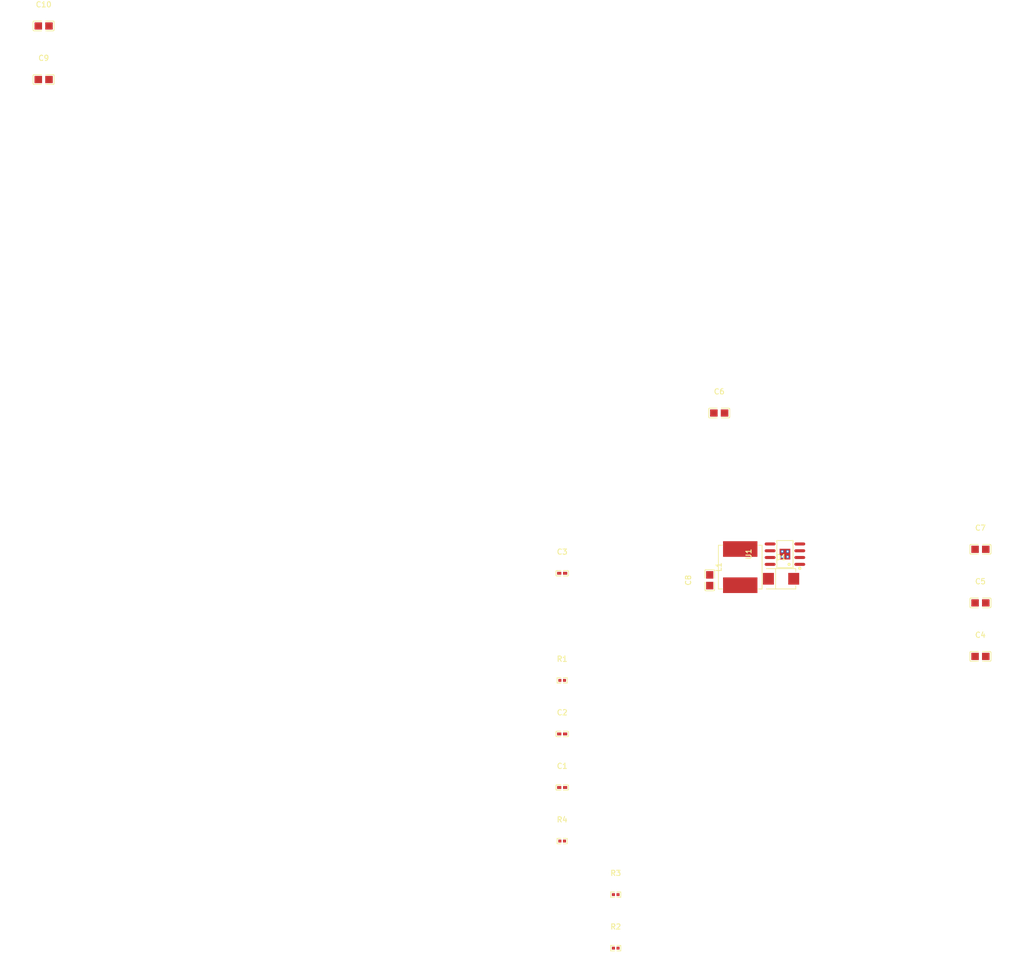
<source format=kicad_pcb>
(kicad_pcb (version 20241229) (generator "pcbnew") (generator_version "9.0")
  (layers (0 "F.Cu" signal) (2 "B.Cu" signal) (13 "F.Paste" user) (15 "B.Paste" user) (5 "F.SilkS" user "F.Silkscreen") (7 "B.SilkS" user "B.Silkscreen") (1 "F.Mask" user) (3 "B.Mask" user) (25 "Edge.Cuts" user))
  (net 0 "")
  (net 1 "FB")
  (net 3 "gnd")
  (net 4 "cathode")
  (net 5 "net")
  (net 6 "BOOT")
  (net 7 "hv")
  (net 8 "RT_CLK")
  (net 9 "COMP")
  (net 10 "hv-1")
  (footprint "atopile:C0805-3b2e55" (layer "F.Cu") (at 174.925 87.725 0)
    (property "Reference" "C7" (at 0 -4 0) (layer "F.SilkS") (hide no))
    (property "Value" "22µF ±20% 25V X5R")
    (fp_line (start -1.96 0.75) (end -1.96 -0.75) (stroke (width 0.15)) (layer "F.SilkS"))
    (fp_line (start -1.81 -0.9) (end -0.4 -0.9) (stroke (width 0.15)) (layer "F.SilkS"))
    (fp_line (start -0.4 0.9) (end -1.81 0.9) (stroke (width 0.15)) (layer "F.SilkS"))
    (fp_line (start 0.4 0.9) (end 1.81 0.9) (stroke (width 0.15)) (layer "F.SilkS"))
    (fp_line (start 1.81 -0.9) (end 0.4 -0.9) (stroke (width 0.15)) (layer "F.SilkS"))
    (fp_line (start 1.96 0.75) (end 1.96 -0.75) (stroke (width 0.15)) (layer "F.SilkS"))
    (fp_arc (start -1.96 -0.75) (mid -1.916066 -0.856066) (end -1.81 -0.9) (stroke (width 0.15)) (layer "F.SilkS"))
    (fp_arc (start -1.81 0.9) (mid -1.916066 0.856066) (end -1.96 0.75) (stroke (width 0.15)) (layer "F.SilkS"))
    (fp_arc (start 1.81 -0.9) (mid 1.916066 -0.856066) (end 1.96 -0.75) (stroke (width 0.15)) (layer "F.SilkS"))
    (fp_arc (start 1.96 0.75) (mid 1.916066 0.856066) (end 1.81 0.9) (stroke (width 0.15)) (layer "F.SilkS"))
    (fp_text user "${REFERENCE}" (at 0 -4 0) (layer "F.SilkS"))
    (pad "1" smd rect (at -1 0 0) (size 1.41 1.35) (layers "F.Cu" "F.Mask" "F.Paste") (net 10 "hv-1"))
    (pad "2" smd rect (at 1 0 0) (size 1.41 1.35) (layers "F.Cu" "F.Mask" "F.Paste") (net 3 "gnd"))
  )
  (footprint "atopile:C0805-3b2e55" (layer "F.Cu") (at 126.15 62.275 0)
    (property "Reference" "C6" (at 0 -4 0) (layer "F.SilkS") (hide no))
    (property "Value" "10µF ±10% 50V X5R")
    (fp_line (start -1.96 0.75) (end -1.96 -0.75) (stroke (width 0.15)) (layer "F.SilkS"))
    (fp_line (start -1.81 -0.9) (end -0.4 -0.9) (stroke (width 0.15)) (layer "F.SilkS"))
    (fp_line (start -0.4 0.9) (end -1.81 0.9) (stroke (width 0.15)) (layer "F.SilkS"))
    (fp_line (start 0.4 0.9) (end 1.81 0.9) (stroke (width 0.15)) (layer "F.SilkS"))
    (fp_line (start 1.81 -0.9) (end 0.4 -0.9) (stroke (width 0.15)) (layer "F.SilkS"))
    (fp_line (start 1.96 0.75) (end 1.96 -0.75) (stroke (width 0.15)) (layer "F.SilkS"))
    (fp_arc (start -1.96 -0.75) (mid -1.916066 -0.856066) (end -1.81 -0.9) (stroke (width 0.15)) (layer "F.SilkS"))
    (fp_arc (start -1.81 0.9) (mid -1.916066 0.856066) (end -1.96 0.75) (stroke (width 0.15)) (layer "F.SilkS"))
    (fp_arc (start 1.81 -0.9) (mid 1.916066 -0.856066) (end 1.96 -0.75) (stroke (width 0.15)) (layer "F.SilkS"))
    (fp_arc (start 1.96 0.75) (mid 1.916066 0.856066) (end 1.81 0.9) (stroke (width 0.15)) (layer "F.SilkS"))
    (fp_text user "${REFERENCE}" (at 0 -4 0) (layer "F.SilkS"))
    (pad "1" smd rect (at -1 0 0) (size 1.41 1.35) (layers "F.Cu" "F.Mask" "F.Paste") (net 7 "hv"))
    (pad "2" smd rect (at 1 0 0) (size 1.41 1.35) (layers "F.Cu" "F.Mask" "F.Paste") (net 3 "gnd"))
  )
  (footprint "atopile:R0402-56259e" (layer "F.Cu") (at 106.825 152.2 0)
    (property "Reference" "R3" (at 0 -4 0) (layer "F.SilkS") (hide no))
    (property "Value" "10kΩ ±1% 62.5mW")
    (fp_line (start -0.23 0.5) (end -0.94 0.5) (stroke (width 0.15)) (layer "F.SilkS"))
    (fp_line (start -0.94 0.5) (end -0.94 -0.5) (stroke (width 0.15)) (layer "F.SilkS"))
    (fp_line (start -0.94 -0.5) (end -0.23 -0.5) (stroke (width 0.15)) (layer "F.SilkS"))
    (fp_line (start 0.23 0.5) (end 0.94 0.5) (stroke (width 0.15)) (layer "F.SilkS"))
    (fp_line (start 0.94 0.5) (end 0.94 -0.5) (stroke (width 0.15)) (layer "F.SilkS"))
    (fp_line (start 0.94 -0.5) (end 0.23 -0.5) (stroke (width 0.15)) (layer "F.SilkS"))
    (fp_text user "${REFERENCE}" (at 0 -4 0) (layer "F.SilkS"))
    (pad "2" smd rect (at 0.43 0 0) (size 0.57 0.54) (layers "F.Cu" "F.Paste" "F.Mask") (net 1 "FB"))
    (pad "1" smd rect (at -0.43 0 0) (size 0.57 0.54) (layers "F.Cu" "F.Paste" "F.Mask") (net 10 "hv-1"))
  )
  (footprint "atopile:R0402-56259e" (layer "F.Cu") (at 96.825 142.2 0)
    (property "Reference" "R4" (at 0 -4 0) (layer "F.SilkS") (hide no))
    (property "Value" "162kΩ ±1% 62.5mW")
    (fp_line (start -0.94 -0.5) (end -0.23 -0.5) (stroke (width 0.15)) (layer "F.SilkS"))
    (fp_line (start -0.94 0.5) (end -0.94 -0.5) (stroke (width 0.15)) (layer "F.SilkS"))
    (fp_line (start -0.23 0.5) (end -0.94 0.5) (stroke (width 0.15)) (layer "F.SilkS"))
    (fp_line (start 0.23 0.5) (end 0.94 0.5) (stroke (width 0.15)) (layer "F.SilkS"))
    (fp_line (start 0.94 -0.5) (end 0.23 -0.5) (stroke (width 0.15)) (layer "F.SilkS"))
    (fp_line (start 0.94 0.5) (end 0.94 -0.5) (stroke (width 0.15)) (layer "F.SilkS"))
    (fp_text user "${REFERENCE}" (at 0 -4 0) (layer "F.SilkS"))
    (pad "1" smd rect (at -0.43 0 0) (size 0.57 0.54) (layers "F.Cu" "F.Mask" "F.Paste") (net 8 "RT_CLK"))
    (pad "2" smd rect (at 0.43 0 0) (size 0.57 0.54) (layers "F.Cu" "F.Mask" "F.Paste") (net 3 "gnd"))
  )
  (footprint "atopile:SOIC-8_L5.0-W4.0-P1.27-LS6.0-BL-EP2.0-748c0f" (layer "F.Cu") (at 138.425 88.625 90)
    (property "Reference" "U1" (at 0 -6.77 90) (layer "F.SilkS") (hide no))
    (property "Value" "")
    (fp_line (start 2.53 -1.52) (end 2.53 1.52) (stroke (width 0.15)) (layer "F.SilkS"))
    (fp_line (start -2.53 -1.52) (end 2.53 -1.52) (stroke (width 0.15)) (layer "F.SilkS"))
    (fp_line (start 2.53 1.52) (end -2.53 1.52) (stroke (width 0.15)) (layer "F.SilkS"))
    (fp_line (start -2.53 1.52) (end -2.53 -1.52) (stroke (width 0.15)) (layer "F.SilkS"))
    (fp_circle (center -1.91 0.77) (end -1.76 0.77) (stroke (width 0.3)) (fill no) (layer "F.SilkS"))
    (fp_circle (center -2.64 2.77) (end -2.49 2.77) (stroke (width 0.3)) (fill no) (layer "F.SilkS"))
    (fp_text user "${REFERENCE}" (at 0 -6.77 90) (layer "F.SilkS"))
    (pad "" thru_hole circle (at -0.5 -0.5 90) (size 0.61 0.61) (drill 0.3) (layers "*.Cu" "*.Paste" "*.Mask"))
    (pad "" thru_hole circle (at -0.5 0.5 90) (size 0.61 0.61) (drill 0.3) (layers "*.Cu" "*.Paste" "*.Mask"))
    (pad "" thru_hole circle (at 0.5 -0.5 90) (size 0.61 0.61) (drill 0.3) (layers "*.Cu" "*.Paste" "*.Mask"))
    (pad "" thru_hole circle (at 0.5 0.5 90) (size 0.61 0.61) (drill 0.3) (layers "*.Cu" "*.Paste" "*.Mask"))
    (pad "1" smd oval (at -1.91 2.77 90) (size 0.57 2.04) (layers "F.Cu" "F.Mask" "F.Paste") (net 6 "BOOT"))
    (pad "2" smd oval (at -0.63 2.77 90) (size 0.57 2.04) (layers "F.Cu" "F.Mask" "F.Paste") (net 7 "hv"))
    (pad "3" smd oval (at 0.63 2.77 90) (size 0.57 2.04) (layers "F.Cu" "F.Mask" "F.Paste") (net 7 "hv"))
    (pad "4" smd oval (at 1.9 2.77 90) (size 0.57 2.04) (layers "F.Cu" "F.Mask" "F.Paste") (net 8 "RT_CLK"))
    (pad "5" smd oval (at 1.9 -2.77 90) (size 0.57 2.04) (layers "F.Cu" "F.Mask" "F.Paste") (net 1 "FB"))
    (pad "6" smd oval (at 0.63 -2.77 90) (size 0.57 2.04) (layers "F.Cu" "F.Mask" "F.Paste") (net 9 "COMP"))
    (pad "7" smd oval (at -0.63 -2.77 90) (size 0.57 2.04) (layers "F.Cu" "F.Mask" "F.Paste") (net 3 "gnd"))
    (pad "8" smd oval (at -1.91 -2.77 90) (size 0.57 2.04) (layers "F.Cu" "F.Mask" "F.Paste") (net 4 "cathode"))
    (pad "9" smd rect (at 0 0 90) (size 2 2) (layers "F.Cu" "F.Mask" "F.Paste") (net 3 "gnd"))
  )
  (footprint "atopile:C0402-b3ef17" (layer "F.Cu") (at 96.825 132.2 0)
    (property "Reference" "C1" (at 0 -4 0) (layer "F.SilkS") (hide no))
    (property "Value" "100nF ±10% 50V X7R")
    (fp_line (start -1.17 0.35) (end -1.17 -0.35) (stroke (width 0.15)) (layer "F.SilkS"))
    (fp_line (start -1.02 -0.5) (end -0.23 -0.5) (stroke (width 0.15)) (layer "F.SilkS"))
    (fp_line (start -0.23 0.5) (end -1.02 0.5) (stroke (width 0.15)) (layer "F.SilkS"))
    (fp_line (start 0.23 0.5) (end 1.02 0.5) (stroke (width 0.15)) (layer "F.SilkS"))
    (fp_line (start 1.02 -0.5) (end 0.23 -0.5) (stroke (width 0.15)) (layer "F.SilkS"))
    (fp_line (start 1.17 0.35) (end 1.17 -0.35) (stroke (width 0.15)) (layer "F.SilkS"))
    (fp_arc (start -1.17 -0.35) (mid -1.126066 -0.456066) (end -1.02 -0.5) (stroke (width 0.15)) (layer "F.SilkS"))
    (fp_arc (start -1.02 0.5) (mid -1.126066 0.456066) (end -1.17 0.35) (stroke (width 0.15)) (layer "F.SilkS"))
    (fp_arc (start 1.02 -0.5) (mid 1.126066 -0.456066) (end 1.17 -0.35) (stroke (width 0.15)) (layer "F.SilkS"))
    (fp_arc (start 1.17 0.35) (mid 1.126066 0.456066) (end 1.02 0.5) (stroke (width 0.15)) (layer "F.SilkS"))
    (fp_text user "${REFERENCE}" (at 0 -4 0) (layer "F.SilkS"))
    (pad "1" smd rect (at -0.55 0 0) (size 0.79 0.54) (layers "F.Cu" "F.Mask" "F.Paste") (net 6 "BOOT"))
    (pad "2" smd rect (at 0.55 0 0) (size 0.79 0.54) (layers "F.Cu" "F.Mask" "F.Paste") (net 4 "cathode"))
  )
  (footprint "atopile:C0805-3b2e55" (layer "F.Cu") (at 174.925 107.725 0)
    (property "Reference" "C4" (at 0 -4 0) (layer "F.SilkS") (hide no))
    (property "Value" "10µF ±10% 50V X5R")
    (fp_line (start -1.96 0.75) (end -1.96 -0.75) (stroke (width 0.15)) (layer "F.SilkS"))
    (fp_line (start -1.81 -0.9) (end -0.4 -0.9) (stroke (width 0.15)) (layer "F.SilkS"))
    (fp_line (start -0.4 0.9) (end -1.81 0.9) (stroke (width 0.15)) (layer "F.SilkS"))
    (fp_line (start 0.4 0.9) (end 1.81 0.9) (stroke (width 0.15)) (layer "F.SilkS"))
    (fp_line (start 1.81 -0.9) (end 0.4 -0.9) (stroke (width 0.15)) (layer "F.SilkS"))
    (fp_line (start 1.96 0.75) (end 1.96 -0.75) (stroke (width 0.15)) (layer "F.SilkS"))
    (fp_arc (start -1.96 -0.75) (mid -1.916066 -0.856066) (end -1.81 -0.9) (stroke (width 0.15)) (layer "F.SilkS"))
    (fp_arc (start -1.81 0.9) (mid -1.916066 0.856066) (end -1.96 0.75) (stroke (width 0.15)) (layer "F.SilkS"))
    (fp_arc (start 1.81 -0.9) (mid 1.916066 -0.856066) (end 1.96 -0.75) (stroke (width 0.15)) (layer "F.SilkS"))
    (fp_arc (start 1.96 0.75) (mid 1.916066 0.856066) (end 1.81 0.9) (stroke (width 0.15)) (layer "F.SilkS"))
    (fp_text user "${REFERENCE}" (at 0 -4 0) (layer "F.SilkS"))
    (pad "1" smd rect (at -1 0 0) (size 1.41 1.35) (layers "F.Cu" "F.Mask" "F.Paste") (net 7 "hv"))
    (pad "2" smd rect (at 1 0 0) (size 1.41 1.35) (layers "F.Cu" "F.Mask" "F.Paste") (net 3 "gnd"))
  )
  (footprint "atopile:C0402-b3ef17" (layer "F.Cu") (at 96.825 122.2 0)
    (property "Reference" "C2" (at 0 -4 0) (layer "F.SilkS") (hide no))
    (property "Value" "4.7nF ±5% 50V C0G")
    (fp_line (start -1.17 0.35) (end -1.17 -0.35) (stroke (width 0.15)) (layer "F.SilkS"))
    (fp_line (start -1.02 -0.5) (end -0.23 -0.5) (stroke (width 0.15)) (layer "F.SilkS"))
    (fp_line (start -0.23 0.5) (end -1.02 0.5) (stroke (width 0.15)) (layer "F.SilkS"))
    (fp_line (start 0.23 0.5) (end 1.02 0.5) (stroke (width 0.15)) (layer "F.SilkS"))
    (fp_line (start 1.02 -0.5) (end 0.23 -0.5) (stroke (width 0.15)) (layer "F.SilkS"))
    (fp_line (start 1.17 0.35) (end 1.17 -0.35) (stroke (width 0.15)) (layer "F.SilkS"))
    (fp_arc (start -1.17 -0.35) (mid -1.126066 -0.456066) (end -1.02 -0.5) (stroke (width 0.15)) (layer "F.SilkS"))
    (fp_arc (start -1.02 0.5) (mid -1.126066 0.456066) (end -1.17 0.35) (stroke (width 0.15)) (layer "F.SilkS"))
    (fp_arc (start 1.02 -0.5) (mid 1.126066 -0.456066) (end 1.17 -0.35) (stroke (width 0.15)) (layer "F.SilkS"))
    (fp_arc (start 1.17 0.35) (mid 1.126066 0.456066) (end 1.02 0.5) (stroke (width 0.15)) (layer "F.SilkS"))
    (fp_text user "${REFERENCE}" (at 0 -4 0) (layer "F.SilkS"))
    (pad "1" smd rect (at -0.55 0 0) (size 0.79 0.54) (layers "F.Cu" "F.Mask" "F.Paste") (net 5 "net"))
    (pad "2" smd rect (at 0.55 0 0) (size 0.79 0.54) (layers "F.Cu" "F.Mask" "F.Paste") (net 3 "gnd"))
  )
  (footprint "atopile:SMB_L4.6-W3.6-LS5.3-RD-330cb3" (layer "F.Cu") (at 137.7 93.225 0)
    (property "Reference" "D1" (at 0 -4 0) (layer "F.SilkS") (hide no))
    (property "Value" "")
    (fp_line (start -2.74 -1.89) (end 2.74 -1.89) (stroke (width 0.15)) (layer "F.SilkS"))
    (fp_line (start -2.74 1.89) (end 2.74 1.89) (stroke (width 0.15)) (layer "F.SilkS"))
    (fp_line (start -1.02 -1.89) (end -1.02 1.89) (stroke (width 0.15)) (layer "F.SilkS"))
    (fp_line (start 2.74 -1.89) (end 2.74 -1.3) (stroke (width 0.15)) (layer "F.SilkS"))
    (fp_line (start 2.74 1.89) (end 2.74 1.3) (stroke (width 0.15)) (layer "F.SilkS"))
    (fp_text user "${REFERENCE}" (at 0 -4 0) (layer "F.SilkS"))
    (pad "1" smd rect (at -2.36 0 0) (size 2.05 2.19) (layers "F.Cu" "F.Mask" "F.Paste") (net 4 "cathode"))
    (pad "2" smd rect (at 2.36 0 0) (size 2.05 2.19) (layers "F.Cu" "F.Mask" "F.Paste") (net 3 "gnd"))
  )
  (footprint "atopile:R0402-56259e" (layer "F.Cu") (at 106.825 162.2 0)
    (property "Reference" "R2" (at 0 -4 0) (layer "F.SilkS") (hide no))
    (property "Value" "8.2kΩ ±1% 62.5mW")
    (fp_line (start -0.23 0.5) (end -0.94 0.5) (stroke (width 0.15)) (layer "F.SilkS"))
    (fp_line (start -0.94 0.5) (end -0.94 -0.5) (stroke (width 0.15)) (layer "F.SilkS"))
    (fp_line (start -0.94 -0.5) (end -0.23 -0.5) (stroke (width 0.15)) (layer "F.SilkS"))
    (fp_line (start 0.23 0.5) (end 0.94 0.5) (stroke (width 0.15)) (layer "F.SilkS"))
    (fp_line (start 0.94 0.5) (end 0.94 -0.5) (stroke (width 0.15)) (layer "F.SilkS"))
    (fp_line (start 0.94 -0.5) (end 0.23 -0.5) (stroke (width 0.15)) (layer "F.SilkS"))
    (fp_text user "${REFERENCE}" (at 0 -4 0) (layer "F.SilkS"))
    (pad "2" smd rect (at 0.43 0 0) (size 0.57 0.54) (layers "F.Cu" "F.Paste" "F.Mask") (net 3 "gnd"))
    (pad "1" smd rect (at -0.43 0 0) (size 0.57 0.54) (layers "F.Cu" "F.Paste" "F.Mask") (net 1 "FB"))
  )
  (footprint "atopile:C0805-3b2e55" (layer "F.Cu") (at 124.375 93.5 90)
    (property "Reference" "C8" (at 0 -4 90) (layer "F.SilkS") (hide no))
    (property "Value" "22µF ±20% 25V X5R")
    (fp_line (start 1.81 -0.9) (end 0.4 -0.9) (stroke (width 0.15)) (layer "F.SilkS"))
    (fp_line (start -1.81 -0.9) (end -0.4 -0.9) (stroke (width 0.15)) (layer "F.SilkS"))
    (fp_line (start 1.96 0.75) (end 1.96 -0.75) (stroke (width 0.15)) (layer "F.SilkS"))
    (fp_line (start -1.96 0.75) (end -1.96 -0.75) (stroke (width 0.15)) (layer "F.SilkS"))
    (fp_line (start 0.4 0.9) (end 1.81 0.9) (stroke (width 0.15)) (layer "F.SilkS"))
    (fp_line (start -0.4 0.9) (end -1.81 0.9) (stroke (width 0.15)) (layer "F.SilkS"))
    (fp_arc (start 1.81 -0.9) (mid 1.916066 -0.856066) (end 1.96 -0.75) (stroke (width 0.15)) (layer "F.SilkS"))
    (fp_arc (start -1.96 -0.75) (mid -1.916066 -0.856066) (end -1.81 -0.9) (stroke (width 0.15)) (layer "F.SilkS"))
    (fp_arc (start 1.96 0.75) (mid 1.916066 0.856066) (end 1.81 0.9) (stroke (width 0.15)) (layer "F.SilkS"))
    (fp_arc (start -1.81 0.9) (mid -1.916066 0.856066) (end -1.96 0.75) (stroke (width 0.15)) (layer "F.SilkS"))
    (fp_text user "${REFERENCE}" (at 0 -4 90) (layer "F.SilkS"))
    (pad "1" smd rect (at -1 0 90) (size 1.41 1.35) (layers "F.Cu" "F.Mask" "F.Paste") (net 10 "hv-1"))
    (pad "2" smd rect (at 1 0 90) (size 1.41 1.35) (layers "F.Cu" "F.Mask" "F.Paste") (net 3 "gnd"))
  )
  (footprint "atopile:C0402-b3ef17" (layer "F.Cu") (at 96.825 92.2 0)
    (property "Reference" "C3" (at 0 -4 0) (layer "F.SilkS") (hide no))
    (property "Value" "8.2pF ±5% 50V C0G")
    (fp_line (start -1.17 0.35) (end -1.17 -0.35) (stroke (width 0.15)) (layer "F.SilkS"))
    (fp_line (start -1.02 -0.5) (end -0.23 -0.5) (stroke (width 0.15)) (layer "F.SilkS"))
    (fp_line (start -0.23 0.5) (end -1.02 0.5) (stroke (width 0.15)) (layer "F.SilkS"))
    (fp_line (start 0.23 0.5) (end 1.02 0.5) (stroke (width 0.15)) (layer "F.SilkS"))
    (fp_line (start 1.02 -0.5) (end 0.23 -0.5) (stroke (width 0.15)) (layer "F.SilkS"))
    (fp_line (start 1.17 0.35) (end 1.17 -0.35) (stroke (width 0.15)) (layer "F.SilkS"))
    (fp_arc (start -1.17 -0.35) (mid -1.126066 -0.456066) (end -1.02 -0.5) (stroke (width 0.15)) (layer "F.SilkS"))
    (fp_arc (start -1.02 0.5) (mid -1.126066 0.456066) (end -1.17 0.35) (stroke (width 0.15)) (layer "F.SilkS"))
    (fp_arc (start 1.02 -0.5) (mid 1.126066 -0.456066) (end 1.17 -0.35) (stroke (width 0.15)) (layer "F.SilkS"))
    (fp_arc (start 1.17 0.35) (mid 1.126066 0.456066) (end 1.02 0.5) (stroke (width 0.15)) (layer "F.SilkS"))
    (fp_text user "${REFERENCE}" (at 0 -4 0) (layer "F.SilkS"))
    (pad "1" smd rect (at -0.55 0 0) (size 0.79 0.54) (layers "F.Cu" "F.Mask" "F.Paste") (net 9 "COMP"))
    (pad "2" smd rect (at 0.55 0 0) (size 0.79 0.54) (layers "F.Cu" "F.Mask" "F.Paste") (net 3 "gnd"))
  )
  (footprint "atopile:IND-SMD_L8.0-W8.0_SWPA8040S-2a70f8" (layer "F.Cu") (at 130.075 91.05 90)
    (property "Reference" "L1" (at 0 -4 90) (layer "F.SilkS") (hide no))
    (property "Value" "")
    (fp_line (start 4.08 -4.08) (end 4.08 -3.36) (stroke (width 0.15)) (layer "F.SilkS"))
    (fp_line (start -4.08 -4.08) (end 4.08 -4.08) (stroke (width 0.15)) (layer "F.SilkS"))
    (fp_line (start -4.08 -3.36) (end -4.08 -4.08) (stroke (width 0.15)) (layer "F.SilkS"))
    (fp_line (start -4.08 3.36) (end -4.08 4.08) (stroke (width 0.15)) (layer "F.SilkS"))
    (fp_line (start 4.08 4.08) (end 4.08 3.36) (stroke (width 0.15)) (layer "F.SilkS"))
    (fp_line (start -4.08 4.08) (end 4.08 4.08) (stroke (width 0.15)) (layer "F.SilkS"))
    (fp_text user "${REFERENCE}" (at 0 -4 90) (layer "F.SilkS"))
    (pad "1" smd rect (at 3.38 0 90) (size 2.92 6.42) (layers "F.Cu" "F.Mask" "F.Paste") (net 4 "cathode"))
    (pad "2" smd rect (at -3.38 0 90) (size 2.92 6.42) (layers "F.Cu" "F.Mask" "F.Paste") (net 10 "hv-1"))
  )
  (footprint "atopile:R0402-56259e" (layer "F.Cu") (at 96.825 112.2 0)
    (property "Reference" "R1" (at 0 -4 0) (layer "F.SilkS") (hide no))
    (property "Value" "23.7kΩ ±1% 62.5mW")
    (fp_line (start -0.94 -0.5) (end -0.23 -0.5) (stroke (width 0.15)) (layer "F.SilkS"))
    (fp_line (start -0.94 0.5) (end -0.94 -0.5) (stroke (width 0.15)) (layer "F.SilkS"))
    (fp_line (start -0.23 0.5) (end -0.94 0.5) (stroke (width 0.15)) (layer "F.SilkS"))
    (fp_line (start 0.23 0.5) (end 0.94 0.5) (stroke (width 0.15)) (layer "F.SilkS"))
    (fp_line (start 0.94 -0.5) (end 0.23 -0.5) (stroke (width 0.15)) (layer "F.SilkS"))
    (fp_line (start 0.94 0.5) (end 0.94 -0.5) (stroke (width 0.15)) (layer "F.SilkS"))
    (fp_text user "${REFERENCE}" (at 0 -4 0) (layer "F.SilkS"))
    (pad "1" smd rect (at -0.43 0 0) (size 0.57 0.54) (layers "F.Cu" "F.Mask" "F.Paste") (net 9 "COMP"))
    (pad "2" smd rect (at 0.43 0 0) (size 0.57 0.54) (layers "F.Cu" "F.Mask" "F.Paste") (net 5 "net"))
  )
  (footprint "atopile:C0805-3b2e55" (layer "F.Cu") (at 174.925 97.725 0)
    (property "Reference" "C5" (at 0 -4 0) (layer "F.SilkS") (hide no))
    (property "Value" "10µF ±10% 50V X5R")
    (fp_line (start -1.96 0.75) (end -1.96 -0.75) (stroke (width 0.15)) (layer "F.SilkS"))
    (fp_line (start -1.81 -0.9) (end -0.4 -0.9) (stroke (width 0.15)) (layer "F.SilkS"))
    (fp_line (start -0.4 0.9) (end -1.81 0.9) (stroke (width 0.15)) (layer "F.SilkS"))
    (fp_line (start 0.4 0.9) (end 1.81 0.9) (stroke (width 0.15)) (layer "F.SilkS"))
    (fp_line (start 1.81 -0.9) (end 0.4 -0.9) (stroke (width 0.15)) (layer "F.SilkS"))
    (fp_line (start 1.96 0.75) (end 1.96 -0.75) (stroke (width 0.15)) (layer "F.SilkS"))
    (fp_arc (start -1.96 -0.75) (mid -1.916066 -0.856066) (end -1.81 -0.9) (stroke (width 0.15)) (layer "F.SilkS"))
    (fp_arc (start -1.81 0.9) (mid -1.916066 0.856066) (end -1.96 0.75) (stroke (width 0.15)) (layer "F.SilkS"))
    (fp_arc (start 1.81 -0.9) (mid 1.916066 -0.856066) (end 1.96 -0.75) (stroke (width 0.15)) (layer "F.SilkS"))
    (fp_arc (start 1.96 0.75) (mid 1.916066 0.856066) (end 1.81 0.9) (stroke (width 0.15)) (layer "F.SilkS"))
    (fp_text user "${REFERENCE}" (at 0 -4 0) (layer "F.SilkS"))
    (pad "1" smd rect (at -1 0 0) (size 1.41 1.35) (layers "F.Cu" "F.Mask" "F.Paste") (net 7 "hv"))
    (pad "2" smd rect (at 1 0 0) (size 1.41 1.35) (layers "F.Cu" "F.Mask" "F.Paste") (net 3 "gnd"))
  )
  (footprint "atopile:C0805-3b2e55" (layer "F.Cu") (at 0 0 0)
    (property "Reference" "C9" (at 0 -4 0) (layer "F.SilkS") (hide no))
    (property "Value" "22µF ±20% 25V X5R")
    (fp_line (start 1.81 -0.9) (end 0.4 -0.9) (stroke (width 0.15)) (layer "F.SilkS"))
    (fp_line (start 0.4 0.9) (end 1.81 0.9) (stroke (width 0.15)) (layer "F.SilkS"))
    (fp_line (start 1.96 0.75) (end 1.96 -0.75) (stroke (width 0.15)) (layer "F.SilkS"))
    (fp_line (start -1.81 -0.9) (end -0.4 -0.9) (stroke (width 0.15)) (layer "F.SilkS"))
    (fp_line (start -0.4 0.9) (end -1.81 0.9) (stroke (width 0.15)) (layer "F.SilkS"))
    (fp_line (start -1.96 0.75) (end -1.96 -0.75) (stroke (width 0.15)) (layer "F.SilkS"))
    (fp_arc (start 1.96 0.75) (mid 1.9160660171779822 0.856066017177982) (end 1.81 0.8999999999999999) (stroke (width 0.15)) (layer "F.SilkS"))
    (fp_arc (start 1.81 -0.9) (mid 1.9160660171779822 -0.8560660171779821) (end 1.96 -0.75) (stroke (width 0.15)) (layer "F.SilkS"))
    (fp_arc (start -1.96 0.75) (mid -1.9160660171779822 0.856066017177982) (end -1.81 0.8999999999999999) (stroke (width 0.15)) (layer "F.SilkS"))
    (fp_arc (start -1.81 -0.9) (mid -1.9160660171779822 -0.8560660171779821) (end -1.96 -0.75) (stroke (width 0.15)) (layer "F.SilkS"))
    (fp_text user "${REFERENCE}" (at 0 -4 0) (layer "F.SilkS"))
    (pad "2" smd rect (at 1 0 0) (size 1.41 1.35) (layers "F.Cu" "F.Paste" "F.Mask") (net 3 "gnd"))
    (pad "1" smd rect (at -1 0 0) (size 1.41 1.35) (layers "F.Cu" "F.Paste" "F.Mask") (net 10 "hv-1"))
  )
  (footprint "atopile:C0805-3b2e55" (layer "F.Cu") (at 0 -10 0)
    (property "Reference" "C10" (at 0 -4 0) (layer "F.SilkS") (hide no))
    (property "Value" "22µF ±20% 25V X5R")
    (fp_line (start 1.81 -0.9) (end 0.4 -0.9) (stroke (width 0.15)) (layer "F.SilkS"))
    (fp_line (start 0.4 0.9) (end 1.81 0.9) (stroke (width 0.15)) (layer "F.SilkS"))
    (fp_line (start 1.96 0.75) (end 1.96 -0.75) (stroke (width 0.15)) (layer "F.SilkS"))
    (fp_line (start -1.81 -0.9) (end -0.4 -0.9) (stroke (width 0.15)) (layer "F.SilkS"))
    (fp_line (start -0.4 0.9) (end -1.81 0.9) (stroke (width 0.15)) (layer "F.SilkS"))
    (fp_line (start -1.96 0.75) (end -1.96 -0.75) (stroke (width 0.15)) (layer "F.SilkS"))
    (fp_arc (start 1.96 0.75) (mid 1.9160660171779822 0.856066017177982) (end 1.81 0.8999999999999999) (stroke (width 0.15)) (layer "F.SilkS"))
    (fp_arc (start 1.81 -0.9) (mid 1.9160660171779822 -0.8560660171779821) (end 1.96 -0.75) (stroke (width 0.15)) (layer "F.SilkS"))
    (fp_arc (start -1.96 0.75) (mid -1.9160660171779822 0.856066017177982) (end -1.81 0.8999999999999999) (stroke (width 0.15)) (layer "F.SilkS"))
    (fp_arc (start -1.81 -0.9) (mid -1.9160660171779822 -0.8560660171779821) (end -1.96 -0.75) (stroke (width 0.15)) (layer "F.SilkS"))
    (fp_text user "${REFERENCE}" (at 0 -4 0) (layer "F.SilkS"))
    (pad "2" smd rect (at 1 0 0) (size 1.41 1.35) (layers "F.Cu" "F.Paste" "F.Mask") (net 3 "gnd"))
    (pad "1" smd rect (at -1 0 0) (size 1.41 1.35) (layers "F.Cu" "F.Paste" "F.Mask") (net 10 "hv-1"))
  )
)
</source>
